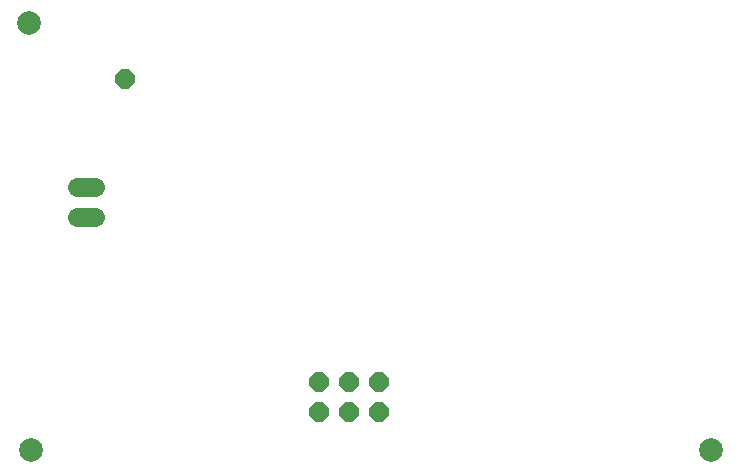
<source format=gbs>
G04 EAGLE Gerber RS-274X export*
G75*
%MOMM*%
%FSLAX34Y34*%
%LPD*%
%INSoldermask Bottom*%
%IPPOS*%
%AMOC8*
5,1,8,0,0,1.08239X$1,22.5*%
G01*
%ADD10P,1.759533X8X202.500000*%
%ADD11C,1.625600*%
%ADD12P,1.759533X8X22.500000*%
%ADD13C,2.000000*%


D10*
X308102Y46482D03*
X308102Y71882D03*
X282702Y46482D03*
X282702Y71882D03*
X257302Y46482D03*
X257302Y71882D03*
D11*
X67818Y211328D02*
X52578Y211328D01*
X52578Y236728D02*
X67818Y236728D01*
D12*
X93726Y328168D03*
D13*
X12446Y375666D03*
X13716Y13970D03*
X589280Y13970D03*
M02*

</source>
